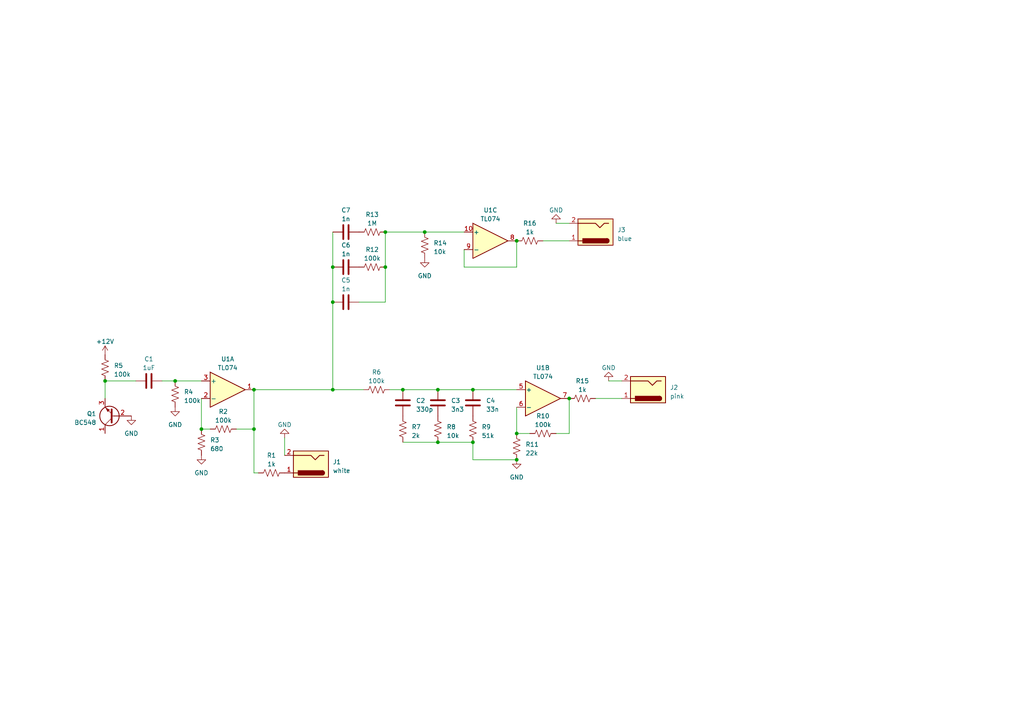
<source format=kicad_sch>
(kicad_sch (version 20230121) (generator eeschema)
  (paper "A4")
  (title_block (title "noise"))
  (lib_symbols
    (symbol "Amplifier_Operational:TL074" (pin_names (offset 0.127))
      (property "Reference" "U" (at 0 5.08 0))
      (property "Value" "TL074" (at 0 -5.08 0))
      (symbol "TL074_1_1"
        (polyline (pts (xy -5.08 5.08) (xy 5.08 0) (xy -5.08 -5.08) (xy -5.08 5.08)) (stroke (width 0.254)) (fill (type background)))
        (pin output line (at 7.62 0 180) (length 2.54) (name "~") (number "1"))
        (pin input line (at -7.62 -2.54 0) (length 2.54) (name "-") (number "2"))
        (pin input line (at -7.62 2.54 0) (length 2.54) (name "+") (number "3"))
      )
      (symbol "TL074_2_1"
        (polyline (pts (xy -5.08 5.08) (xy 5.08 0) (xy -5.08 -5.08) (xy -5.08 5.08)) (stroke (width 0.254)) (fill (type background)))
        (pin input line (at -7.62 2.54 0) (length 2.54) (name "+") (number "5"))
        (pin input line (at -7.62 -2.54 0) (length 2.54) (name "-") (number "6"))
        (pin output line (at 7.62 0 180) (length 2.54) (name "~") (number "7"))
      )
      (symbol "TL074_3_1"
        (polyline (pts (xy -5.08 5.08) (xy 5.08 0) (xy -5.08 -5.08) (xy -5.08 5.08)) (stroke (width 0.254)) (fill (type background)))
        (pin input line (at -7.62 2.54 0) (length 2.54) (name "+") (number "10"))
        (pin output line (at 7.62 0 180) (length 2.54) (name "~") (number "8"))
        (pin input line (at -7.62 -2.54 0) (length 2.54) (name "-") (number "9"))
      )
      (symbol "TL074_4_1"
        (polyline (pts (xy -5.08 5.08) (xy 5.08 0) (xy -5.08 -5.08) (xy -5.08 5.08)) (stroke (width 0.254)) (fill (type background)))
        (pin input line (at -7.62 2.54 0) (length 2.54) (name "+") (number "12"))
        (pin input line (at -7.62 -2.54 0) (length 2.54) (name "-") (number "13"))
        (pin output line (at 7.62 0 180) (length 2.54) (name "~") (number "14"))
      )
      (symbol "TL074_5_1"
        (pin power_in line (at -2.54 -7.62 90) (length 3.81) (name "V-") (number "11"))
        (pin power_in line (at -2.54 7.62 270) (length 3.81) (name "V+") (number "4"))
      )
    )
    (symbol "Connector:Barrel_Jack" (pin_names (offset 1.016))
      (property "Reference" "J" (at 0 5.334 0))
      (property "Value" "Barrel_Jack" (at 0 -5.08 0))
      (symbol "Barrel_Jack_0_1"
        (rectangle (start -5.08 3.81) (end 5.08 -3.81) (stroke (width 0.254)) (fill (type background)))
        (arc (start -3.302 3.175) (mid -3.9343 2.54) (end -3.302 1.905) (stroke (width 0.254)))
        (arc (start -3.302 3.175) (mid -3.9343 2.54) (end -3.302 1.905) (stroke (width 0.254)) (fill (type outline)))
        (polyline (pts (xy 5.08 2.54) (xy 3.81 2.54)) (stroke (width 0.254)))
        (polyline (pts (xy -3.81 -2.54) (xy -2.54 -2.54) (xy -1.27 -1.27) (xy 0 -2.54) (xy 2.54 -2.54) (xy 5.08 -2.54)) (stroke (width 0.254)))
        (rectangle (start 3.683 3.175) (end -3.302 1.905) (stroke (width 0.254)) (fill (type outline)))
      )
      (symbol "Barrel_Jack_1_1"
        (pin passive line (at 7.62 2.54 180) (length 2.54) (name "~") (number "1"))
        (pin passive line (at 7.62 -2.54 180) (length 2.54) (name "~") (number "2"))
      )
    )
    (symbol "Device:C" (pin_numbers hide) (pin_names (offset 0.254))
      (property "Reference" "C" (at 0.635 2.54 0))
      (property "Value" "C" (at 0.635 -2.54 0))
      (symbol "C_0_1"
        (polyline (pts (xy -2.032 -0.762) (xy 2.032 -0.762)) (stroke (width 0.508)))
        (polyline (pts (xy -2.032 0.762) (xy 2.032 0.762)) (stroke (width 0.508)))
      )
      (symbol "C_1_1"
        (pin passive line (at 0 3.81 270) (length 2.794) (name "~") (number "1"))
        (pin passive line (at 0 -3.81 90) (length 2.794) (name "~") (number "2"))
      )
    )
    (symbol "Device:R_US" (pin_numbers hide) (pin_names (offset 0))
      (property "Reference" "R" (at 2.54 0 90))
      (property "Value" "R_US" (at -2.54 0 90))
      (symbol "R_US_0_1"
        (polyline (pts (xy 0 -2.286) (xy 0 -2.54)))
        (polyline (pts (xy 0 2.286) (xy 0 2.54)))
        (polyline (pts (xy 0 -0.762) (xy 1.016 -1.143) (xy 0 -1.524) (xy -1.016 -1.905) (xy 0 -2.286)))
        (polyline (pts (xy 0 0.762) (xy 1.016 0.381) (xy 0 0) (xy -1.016 -0.381) (xy 0 -0.762)))
        (polyline (pts (xy 0 2.286) (xy 1.016 1.905) (xy 0 1.524) (xy -1.016 1.143) (xy 0 0.762)))
      )
      (symbol "R_US_1_1"
        (pin passive line (at 0 3.81 270) (length 1.27) (name "~") (number "1"))
        (pin passive line (at 0 -3.81 90) (length 1.27) (name "~") (number "2"))
      )
    )
    (symbol "Transistor_BJT:BC548" (pin_names (offset 0) hide)
      (property "Reference" "Q" (at 5.08 1.905 0))
      (property "Value" "BC548" (at 5.08 0 0))
      (symbol "BC548_0_1"
        (polyline (pts (xy 0 0) (xy 0.635 0)))
        (polyline (pts (xy 0.635 0.635) (xy 2.54 2.54)))
        (polyline (pts (xy 0.635 -0.635) (xy 2.54 -2.54) (xy 2.54 -2.54)))
        (polyline (pts (xy 0.635 1.905) (xy 0.635 -1.905) (xy 0.635 -1.905)) (stroke (width 0.508)))
        (polyline (pts (xy 1.27 -1.778) (xy 1.778 -1.27) (xy 2.286 -2.286) (xy 1.27 -1.778) (xy 1.27 -1.778)) (fill (type outline)))
        (circle (center 1.27 0) (radius 2.8194) (stroke (width 0.254)))
      )
      (symbol "BC548_1_1"
        (pin passive line (at 2.54 5.08 270) (length 2.54) (name "C") (number "1"))
        (pin input line (at -5.08 0 0) (length 5.08) (name "B") (number "2"))
        (pin passive line (at 2.54 -5.08 90) (length 2.54) (name "E") (number "3"))
      )
    )
    (symbol "power:+12V" (power) (pin_names (offset 0))
      (property "Value" "+12V" (at 0 3.556 0))
      (symbol "+12V_0_1"
        (polyline (pts (xy -0.762 1.27) (xy 0 2.54)))
        (polyline (pts (xy 0 0) (xy 0 2.54)))
        (polyline (pts (xy 0 2.54) (xy 0.762 1.27)))
      )
      (symbol "+12V_1_1"
        (pin power_in line (at 0 0 90) (length 0) hide (name "+12V") (number "1"))
      )
    )
    (symbol "power:GND" (power) (pin_names (offset 0))
      (property "Value" "GND" (at 0 -3.81 0))
      (symbol "GND_0_1"
        (polyline (pts (xy 0 0) (xy 0 -1.27) (xy 1.27 -1.27) (xy 0 -2.54) (xy -1.27 -1.27) (xy 0 -1.27)))
      )
      (symbol "GND_1_1"
        (pin power_in line (at 0 0 270) (length 0) hide (name "GND") (number "1"))
      )
    )
  )
  (junction (at 73.66 124.46))
  (junction (at 123.19 67.31))
  (junction (at 127 128.27))
  (junction (at 30.48 110.49))
  (junction (at 96.52 87.63))
  (junction (at 111.76 67.31))
  (junction (at 73.66 113.03))
  (junction (at 50.8 110.49))
  (junction (at 137.16 113.03))
  (junction (at 149.86 125.73))
  (junction (at 149.86 133.35))
  (junction (at 149.86 69.85))
  (junction (at 165.1 115.57))
  (junction (at 96.52 77.47))
  (junction (at 58.42 124.46))
  (junction (at 137.16 128.27))
  (junction (at 127 113.03))
  (junction (at 96.52 113.03))
  (junction (at 111.76 77.47))
  (junction (at 116.84 113.03))
  (wire (pts (xy 157.48 69.85) (xy 165.1 69.85)))
  (wire (pts (xy 111.76 67.31) (xy 123.19 67.31)))
  (wire (pts (xy 149.86 69.85) (xy 149.86 77.47)))
  (wire (pts (xy 46.99 110.49) (xy 50.8 110.49)))
  (wire (pts (xy 96.52 113.03) (xy 105.41 113.03)))
  (wire (pts (xy 111.76 87.63) (xy 104.14 87.63)))
  (wire (pts (xy 30.48 110.49) (xy 39.37 110.49)))
  (wire (pts (xy 113.03 113.03) (xy 116.84 113.03)))
  (wire (pts (xy 137.16 133.35) (xy 149.86 133.35)))
  (wire (pts (xy 30.48 110.49) (xy 30.48 115.57)))
  (wire (pts (xy 127 128.27) (xy 137.16 128.27)))
  (wire (pts (xy 149.86 118.11) (xy 149.86 125.73)))
  (wire (pts (xy 134.62 77.47) (xy 134.62 72.39)))
  (wire (pts (xy 127 113.03) (xy 137.16 113.03)))
  (wire (pts (xy 149.86 125.73) (xy 153.67 125.73)))
  (wire (pts (xy 74.93 137.16) (xy 73.66 137.16)))
  (wire (pts (xy 172.72 115.57) (xy 180.34 115.57)))
  (wire (pts (xy 68.58 124.46) (xy 73.66 124.46)))
  (wire (pts (xy 58.42 124.46) (xy 60.96 124.46)))
  (wire (pts (xy 82.55 127) (xy 82.55 132.08)))
  (wire (pts (xy 96.52 67.31) (xy 96.52 77.47)))
  (wire (pts (xy 58.42 115.57) (xy 58.42 124.46)))
  (wire (pts (xy 149.86 77.47) (xy 134.62 77.47)))
  (wire (pts (xy 116.84 113.03) (xy 127 113.03)))
  (wire (pts (xy 96.52 87.63) (xy 96.52 113.03)))
  (wire (pts (xy 73.66 124.46) (xy 73.66 113.03)))
  (wire (pts (xy 165.1 115.57) (xy 165.1 125.73)))
  (wire (pts (xy 111.76 77.47) (xy 111.76 87.63)))
  (wire (pts (xy 137.16 113.03) (xy 149.86 113.03)))
  (wire (pts (xy 50.8 110.49) (xy 58.42 110.49)))
  (wire (pts (xy 73.66 137.16) (xy 73.66 124.46)))
  (wire (pts (xy 116.84 128.27) (xy 127 128.27)))
  (wire (pts (xy 96.52 77.47) (xy 96.52 87.63)))
  (wire (pts (xy 161.29 125.73) (xy 165.1 125.73)))
  (wire (pts (xy 111.76 67.31) (xy 111.76 77.47)))
  (wire (pts (xy 176.53 110.49) (xy 180.34 110.49)))
  (wire (pts (xy 123.19 67.31) (xy 134.62 67.31)))
  (wire (pts (xy 161.29 64.77) (xy 165.1 64.77)))
  (wire (pts (xy 137.16 128.27) (xy 137.16 133.35)))
  (wire (pts (xy 73.66 113.03) (xy 96.52 113.03)))
  (symbol (lib_id "Device:R_US") (at 137.16 124.46 0) (unit 1)
    (property "Reference" "R9" (at 139.7 123.825 0) (effects (justify left)))
    (property "Value" "51k" (at 139.7 126.365 0) (effects (justify left)))
  )
  (symbol (lib_id "Device:R_US") (at 78.74 137.16 90) (unit 1)
    (property "Reference" "R1" (at 78.74 132.08 90))
    (property "Value" "1k" (at 78.74 134.62 90))
  )
  (symbol (lib_id "Device:C") (at 116.84 116.84 0) (unit 1)
    (property "Reference" "C2" (at 120.65 116.205 0) (effects (justify left)))
    (property "Value" "330p" (at 120.65 118.745 0) (effects (justify left)))
  )
  (symbol (lib_id "Transistor_BJT:BC548") (at 33.02 120.65 180) (unit 1)
    (property "Reference" "Q1" (at 27.94 120.015 0) (effects (justify left)))
    (property "Value" "BC548" (at 27.94 122.555 0) (effects (justify left)))
    (property "Footprint" "Package_TO_SOT_THT:TO-92_Inline" (effects hide))
    (property "Datasheet" "https://www.onsemi.com/pub/Collateral/BC550-D.pdf" (effects hide))
  )
  (symbol (lib_id "Device:R_US") (at 58.42 128.27 0) (unit 1)
    (property "Reference" "R3" (at 60.96 127.635 0) (effects (justify left)))
    (property "Value" "680" (at 60.96 130.175 0) (effects (justify left)))
  )
  (symbol (lib_id "Device:R_US") (at 149.86 129.54 0) (unit 1)
    (property "Reference" "R11" (at 152.4 128.905 0) (effects (justify left)))
    (property "Value" "22k" (at 152.4 131.445 0) (effects (justify left)))
  )
  (symbol (lib_id "power:GND") (at 123.19 74.93 0) (unit 1)
    (property "Reference" "#PWR08" (effects hide))
    (property "Value" "GND" (at 123.19 80.01 0))
  )
  (symbol (lib_id "Amplifier_Operational:TL074") (at 157.48 115.57 0) (unit 2)
    (property "Reference" "U1" (at 157.48 106.68 0))
    (property "Value" "TL074" (at 157.48 109.22 0))
    (property "Datasheet" "http://www.ti.com/lit/ds/symlink/tl071.pdf" (effects hide))
  )
  (symbol (lib_id "power:GND") (at 50.8 118.11 0) (unit 1)
    (property "Reference" "#PWR03" (effects hide))
    (property "Value" "GND" (at 50.8 123.19 0))
  )
  (symbol (lib_id "Amplifier_Operational:TL074") (at 66.04 113.03 0) (unit 1)
    (property "Reference" "U1" (at 66.04 104.14 0))
    (property "Value" "TL074" (at 66.04 106.68 0))
    (property "Datasheet" "http://www.ti.com/lit/ds/symlink/tl071.pdf" (effects hide))
  )
  (symbol (lib_id "Device:R_US") (at 157.48 125.73 90) (unit 1)
    (property "Reference" "R10" (at 157.48 120.65 90))
    (property "Value" "100k" (at 157.48 123.19 90))
  )
  (symbol (lib_id "power:GND") (at 176.53 110.49 180) (unit 1)
    (property "Reference" "#PWR07" (effects hide))
    (property "Value" "GND" (at 176.53 106.68 0))
  )
  (symbol (lib_id "Device:R_US") (at 116.84 124.46 0) (unit 1)
    (property "Reference" "R7" (at 119.38 123.825 0) (effects (justify left)))
    (property "Value" "2k" (at 119.38 126.365 0) (effects (justify left)))
  )
  (symbol (lib_id "Device:R_US") (at 64.77 124.46 90) (unit 1)
    (property "Reference" "R2" (at 64.77 119.38 90))
    (property "Value" "100k" (at 64.77 121.92 90))
  )
  (symbol (lib_id "power:GND") (at 38.1 120.65 0) (unit 1)
    (property "Reference" "#PWR04" (effects hide))
    (property "Value" "GND" (at 38.1 125.73 0))
  )
  (symbol (lib_id "Device:C") (at 100.33 87.63 90) (unit 1)
    (property "Reference" "C5" (at 100.33 81.28 90))
    (property "Value" "1n" (at 100.33 83.82 90))
  )
  (symbol (lib_id "power:GND") (at 161.29 64.77 180) (unit 1)
    (property "Reference" "#PWR09" (effects hide))
    (property "Value" "GND" (at 161.29 60.96 0))
  )
  (symbol (lib_id "Amplifier_Operational:TL074") (at 142.24 69.85 0) (unit 3)
    (property "Reference" "U1" (at 142.24 60.96 0))
    (property "Value" "TL074" (at 142.24 63.5 0))
    (property "Datasheet" "http://www.ti.com/lit/ds/symlink/tl071.pdf" (effects hide))
  )
  (symbol (lib_id "Device:R_US") (at 109.22 113.03 90) (unit 1)
    (property "Reference" "R6" (at 109.22 107.95 90))
    (property "Value" "100k" (at 109.22 110.49 90))
  )
  (symbol (lib_id "Device:R_US") (at 50.8 114.3 180) (unit 1)
    (property "Reference" "R4" (at 53.34 113.665 0) (effects (justify right)))
    (property "Value" "100k" (at 53.34 116.205 0) (effects (justify right)))
  )
  (symbol (lib_id "Device:C") (at 43.18 110.49 90) (unit 1)
    (property "Reference" "C1" (at 43.18 104.14 90))
    (property "Value" "1uF" (at 43.18 106.68 90))
  )
  (symbol (lib_id "Device:R_US") (at 153.67 69.85 90) (unit 1)
    (property "Reference" "R16" (at 153.67 64.77 90))
    (property "Value" "1k" (at 153.67 67.31 90))
  )
  (symbol (lib_id "Device:R_US") (at 107.95 67.31 90) (unit 1)
    (property "Reference" "R13" (at 107.95 62.23 90))
    (property "Value" "1M" (at 107.95 64.77 90))
  )
  (symbol (lib_id "power:GND") (at 82.55 127 180) (unit 1)
    (property "Reference" "#PWR01" (effects hide))
    (property "Value" "GND" (at 82.55 123.19 0))
  )
  (symbol (lib_id "power:GND") (at 58.42 132.08 0) (unit 1)
    (property "Reference" "#PWR02" (effects hide))
    (property "Value" "GND" (at 58.42 137.16 0))
  )
  (symbol (lib_id "Device:R_US") (at 127 124.46 0) (unit 1)
    (property "Reference" "R8" (at 129.54 123.825 0) (effects (justify left)))
    (property "Value" "10k" (at 129.54 126.365 0) (effects (justify left)))
  )
  (symbol (lib_id "Connector:Barrel_Jack") (at 187.96 113.03 180) (unit 1)
    (property "Reference" "J2" (at 194.31 112.395 0) (effects (justify right)))
    (property "Value" "pink" (at 194.31 114.935 0) (effects (justify right)))
  )
  (symbol (lib_id "Device:C") (at 137.16 116.84 0) (unit 1)
    (property "Reference" "C4" (at 140.97 116.205 0) (effects (justify left)))
    (property "Value" "33n" (at 140.97 118.745 0) (effects (justify left)))
  )
  (symbol (lib_id "Connector:Barrel_Jack") (at 90.17 134.62 180) (unit 1)
    (property "Reference" "J1" (at 96.52 133.985 0) (effects (justify right)))
    (property "Value" "white" (at 96.52 136.525 0) (effects (justify right)))
  )
  (symbol (lib_id "Device:C") (at 100.33 77.47 90) (unit 1)
    (property "Reference" "C6" (at 100.33 71.12 90))
    (property "Value" "1n" (at 100.33 73.66 90))
  )
  (symbol (lib_id "Device:R_US") (at 168.91 115.57 90) (unit 1)
    (property "Reference" "R15" (at 168.91 110.49 90))
    (property "Value" "1k" (at 168.91 113.03 90))
  )
  (symbol (lib_id "Device:R_US") (at 123.19 71.12 0) (unit 1)
    (property "Reference" "R14" (at 125.73 70.485 0) (effects (justify left)))
    (property "Value" "10k" (at 125.73 73.025 0) (effects (justify left)))
  )
  (symbol (lib_id "Device:R_US") (at 107.95 77.47 90) (unit 1)
    (property "Reference" "R12" (at 107.95 72.39 90))
    (property "Value" "100k" (at 107.95 74.93 90))
  )
  (symbol (lib_id "power:GND") (at 149.86 133.35 0) (unit 1)
    (property "Reference" "#PWR06" (effects hide))
    (property "Value" "GND" (at 149.86 138.43 0))
  )
  (symbol (lib_id "Device:C") (at 127 116.84 0) (unit 1)
    (property "Reference" "C3" (at 130.81 116.205 0) (effects (justify left)))
    (property "Value" "3n3" (at 130.81 118.745 0) (effects (justify left)))
  )
  (symbol (lib_id "Connector:Barrel_Jack") (at 172.72 67.31 180) (unit 1)
    (property "Reference" "J3" (at 179.07 66.675 0) (effects (justify right)))
    (property "Value" "blue" (at 179.07 69.215 0) (effects (justify right)))
  )
  (symbol (lib_id "Device:C") (at 100.33 67.31 90) (unit 1)
    (property "Reference" "C7" (at 100.33 60.96 90))
    (property "Value" "1n" (at 100.33 63.5 90))
  )
  (symbol (lib_id "Device:R_US") (at 30.48 106.68 0) (unit 1)
    (property "Reference" "R5" (at 33.02 106.045 0) (effects (justify left)))
    (property "Value" "100k" (at 33.02 108.585 0) (effects (justify left)))
  )
  (symbol (lib_id "power:+12V") (at 30.48 102.87 0) (unit 1)
    (property "Reference" "#PWR05" (effects hide))
    (property "Value" "+12V" (at 30.48 99.06 0))
  )
)
</source>
